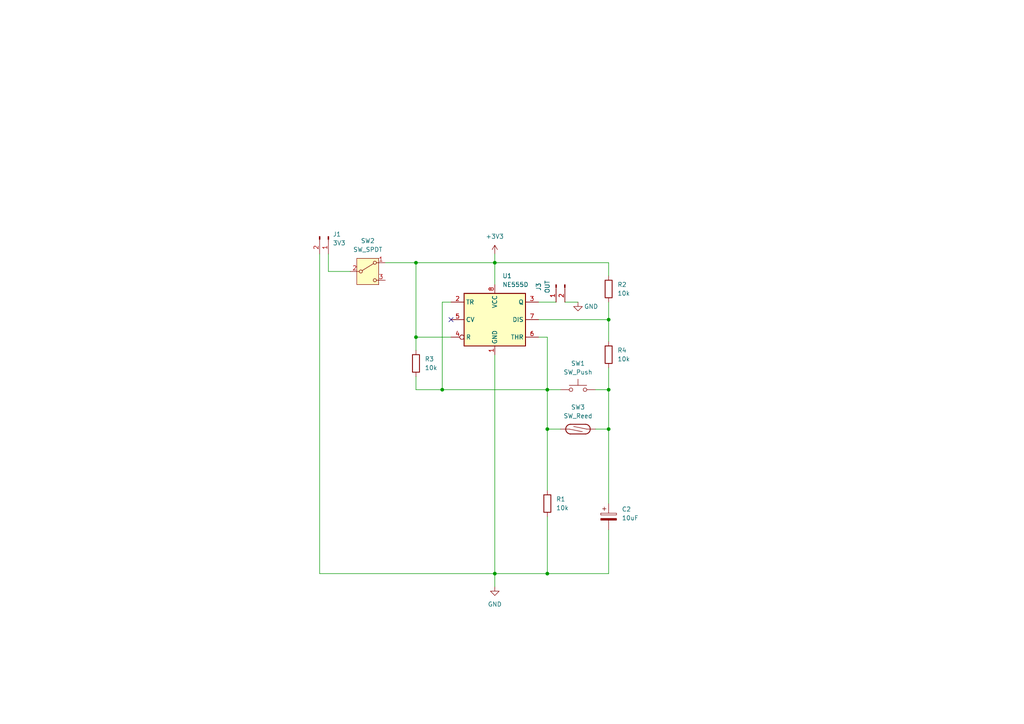
<source format=kicad_sch>
(kicad_sch (version 20230121) (generator eeschema)
  (paper "A4")
  (lib_symbols
    (symbol "Connector:Conn_01x02_Pin" (pin_names (offset 1.016) hide)
      (property "Reference" "J" (at 0 2.54 0))
      (property "Value" "Conn_01x02_Pin" (at 0 -5.08 0))
      (symbol "Conn_01x02_Pin_1_1"
        (polyline (pts (xy 1.27 -2.54) (xy 0.8636 -2.54)) (stroke (width 0.1524)))
        (polyline (pts (xy 1.27 0) (xy 0.8636 0)) (stroke (width 0.1524)))
        (rectangle (start 0.8636 -2.413) (end 0 -2.667) (stroke (width 0.1524)) (fill (type outline)))
        (rectangle (start 0.8636 0.127) (end 0 -0.127) (stroke (width 0.1524)) (fill (type outline)))
        (pin passive line (at 5.08 0 180) (length 3.81) (name "Pin_1") (number "1"))
        (pin passive line (at 5.08 -2.54 180) (length 3.81) (name "Pin_2") (number "2"))
      )
    )
    (symbol "Device:C_Polarized" (pin_numbers hide) (pin_names (offset 0.254))
      (property "Reference" "C" (at 0.635 2.54 0))
      (property "Value" "C_Polarized" (at 0.635 -2.54 0))
      (symbol "C_Polarized_0_1"
        (rectangle (start -2.286 0.508) (end 2.286 1.016))
        (polyline (pts (xy -1.778 2.286) (xy -0.762 2.286)))
        (polyline (pts (xy -1.27 2.794) (xy -1.27 1.778)))
        (rectangle (start 2.286 -0.508) (end -2.286 -1.016) (fill (type outline)))
      )
      (symbol "C_Polarized_1_1"
        (pin passive line (at 0 3.81 270) (length 2.794) (name "~") (number "1"))
        (pin passive line (at 0 -3.81 90) (length 2.794) (name "~") (number "2"))
      )
    )
    (symbol "Device:R" (pin_numbers hide) (pin_names (offset 0))
      (property "Reference" "R" (at 2.032 0 90))
      (property "Value" "R" (at 0 0 90))
      (symbol "R_0_1"
        (rectangle (start -1.016 -2.54) (end 1.016 2.54) (stroke (width 0.254)))
      )
      (symbol "R_1_1"
        (pin passive line (at 0 3.81 270) (length 1.27) (name "~") (number "1"))
        (pin passive line (at 0 -3.81 90) (length 1.27) (name "~") (number "2"))
      )
    )
    (symbol "Switch:SW_Push" (pin_numbers hide) (pin_names (offset 1.016) hide)
      (property "Reference" "SW" (at 1.27 2.54 0))
      (property "Value" "SW_Push" (at 0 -1.524 0))
      (symbol "SW_Push_0_1"
        (circle (center -2.032 0) (radius 0.508))
        (polyline (pts (xy 0 1.27) (xy 0 3.048)))
        (polyline (pts (xy 2.54 1.27) (xy -2.54 1.27)))
        (circle (center 2.032 0) (radius 0.508))
        (pin passive line (at -5.08 0 0) (length 2.54) (name "1") (number "1"))
        (pin passive line (at 5.08 0 180) (length 2.54) (name "2") (number "2"))
      )
    )
    (symbol "Switch:SW_Reed" (pin_numbers hide) (pin_names (offset 0) hide)
      (property "Reference" "SW" (at 0 2.54 0))
      (property "Value" "SW_Reed" (at 0 -2.54 0))
      (symbol "SW_Reed_0_0"
        (arc (start -2.159 1.397) (mid -3.55 0) (end -2.159 -1.397) (stroke (width 0.254)))
        (polyline (pts (xy -2.54 0) (xy 1.27 0.762)))
        (polyline (pts (xy -2.159 -1.397) (xy 2.286 -1.397)) (stroke (width 0.254)))
        (polyline (pts (xy 2.159 1.397) (xy -2.159 1.397)) (stroke (width 0.254)))
        (polyline (pts (xy 2.54 0) (xy -1.27 -0.762)))
        (arc (start 2.159 -1.397) (mid 3.55 0) (end 2.159 1.397) (stroke (width 0.254)))
      )
      (symbol "SW_Reed_1_1"
        (pin passive line (at -5.08 0 0) (length 2.54) (name "1") (number "1"))
        (pin passive line (at 5.08 0 180) (length 2.54) (name "2") (number "2"))
      )
    )
    (symbol "Switch:SW_SPDT" (pin_names (offset 0) hide)
      (property "Reference" "SW" (at 0 5.08 0))
      (property "Value" "SW_SPDT" (at 0 -5.08 0))
      (symbol "SW_SPDT_0_1"
        (circle (center -2.032 0) (radius 0.4572))
        (polyline (pts (xy -1.651 0.254) (xy 1.651 2.286)))
        (circle (center 2.032 -2.54) (radius 0.4572))
        (circle (center 2.032 2.54) (radius 0.4572))
      )
      (symbol "SW_SPDT_1_1"
        (rectangle (start -3.175 3.81) (end 3.175 -3.81) (fill (type background)))
        (pin passive line (at 5.08 2.54 180) (length 2.54) (name "A") (number "1"))
        (pin passive line (at -5.08 0 0) (length 2.54) (name "B") (number "2"))
        (pin passive line (at 5.08 -2.54 180) (length 2.54) (name "C") (number "3"))
      )
    )
    (symbol "Timer:NE555D"
      (property "Reference" "U" (at -10.16 8.89 0))
      (property "Value" "NE555D" (at 2.54 8.89 0))
      (symbol "NE555D_0_0"
        (pin power_in line (at 0 -10.16 90) (length 2.54) (name "GND") (number "1"))
        (pin power_in line (at 0 10.16 270) (length 2.54) (name "VCC") (number "8"))
      )
      (symbol "NE555D_0_1"
        (rectangle (start -8.89 -7.62) (end 8.89 7.62) (stroke (width 0.254)) (fill (type background)))
        (rectangle (start -8.89 -7.62) (end 8.89 7.62) (stroke (width 0.254)) (fill (type background)))
      )
      (symbol "NE555D_1_1"
        (pin input line (at -12.7 5.08 0) (length 3.81) (name "TR") (number "2"))
        (pin output line (at 12.7 5.08 180) (length 3.81) (name "Q") (number "3"))
        (pin input inverted (at -12.7 -5.08 0) (length 3.81) (name "R") (number "4"))
        (pin input line (at -12.7 0 0) (length 3.81) (name "CV") (number "5"))
        (pin input line (at 12.7 -5.08 180) (length 3.81) (name "THR") (number "6"))
        (pin input line (at 12.7 0 180) (length 3.81) (name "DIS") (number "7"))
      )
    )
    (symbol "power:+3V3" (power) (pin_names (offset 0))
      (property "Value" "+3V3" (at 0 3.556 0))
      (symbol "+3V3_0_1"
        (polyline (pts (xy -0.762 1.27) (xy 0 2.54)))
        (polyline (pts (xy 0 0) (xy 0 2.54)))
        (polyline (pts (xy 0 2.54) (xy 0.762 1.27)))
      )
      (symbol "+3V3_1_1"
        (pin power_in line (at 0 0 90) (length 0) hide (name "+3V3") (number "1"))
      )
    )
    (symbol "power:GND" (power) (pin_names (offset 0))
      (property "Value" "GND" (at 0 -3.81 0))
      (symbol "GND_0_1"
        (polyline (pts (xy 0 0) (xy 0 -1.27) (xy 1.27 -1.27) (xy 0 -2.54) (xy -1.27 -1.27) (xy 0 -1.27)))
      )
      (symbol "GND_1_1"
        (pin power_in line (at 0 0 270) (length 0) hide (name "GND") (number "1"))
      )
    )
  )
  (junction (at 176.53 124.46))
  (junction (at 143.51 166.37))
  (junction (at 158.75 124.46))
  (junction (at 176.53 113.03))
  (junction (at 120.65 97.79))
  (junction (at 158.75 113.03))
  (junction (at 120.65 76.2))
  (junction (at 143.51 76.2))
  (junction (at 128.27 113.03))
  (junction (at 158.75 166.37))
  (junction (at 176.53 92.71))
  (no_connect (at 130.81 92.71))
  (wire (pts (xy 120.65 97.79) (xy 120.65 101.6)))
  (wire (pts (xy 172.72 124.46) (xy 176.53 124.46)))
  (wire (pts (xy 176.53 153.67) (xy 176.53 166.37)))
  (wire (pts (xy 158.75 166.37) (xy 176.53 166.37)))
  (wire (pts (xy 92.71 166.37) (xy 92.71 73.66)))
  (wire (pts (xy 143.51 102.87) (xy 143.51 166.37)))
  (wire (pts (xy 143.51 166.37) (xy 143.51 170.18)))
  (wire (pts (xy 176.53 124.46) (xy 176.53 146.05)))
  (wire (pts (xy 176.53 87.63) (xy 176.53 92.71)))
  (wire (pts (xy 176.53 76.2) (xy 176.53 80.01)))
  (wire (pts (xy 143.51 166.37) (xy 158.75 166.37)))
  (wire (pts (xy 158.75 149.86) (xy 158.75 166.37)))
  (wire (pts (xy 163.83 87.63) (xy 167.64 87.63)))
  (wire (pts (xy 143.51 76.2) (xy 176.53 76.2)))
  (wire (pts (xy 120.65 109.22) (xy 120.65 113.03)))
  (wire (pts (xy 158.75 97.79) (xy 156.21 97.79)))
  (wire (pts (xy 95.25 73.66) (xy 95.25 78.74)))
  (wire (pts (xy 158.75 97.79) (xy 158.75 113.03)))
  (wire (pts (xy 120.65 97.79) (xy 130.81 97.79)))
  (wire (pts (xy 158.75 113.03) (xy 162.56 113.03)))
  (wire (pts (xy 158.75 113.03) (xy 158.75 124.46)))
  (wire (pts (xy 101.6 78.74) (xy 95.25 78.74)))
  (wire (pts (xy 156.21 92.71) (xy 176.53 92.71)))
  (wire (pts (xy 176.53 92.71) (xy 176.53 99.06)))
  (wire (pts (xy 120.65 113.03) (xy 128.27 113.03)))
  (wire (pts (xy 111.76 76.2) (xy 120.65 76.2)))
  (wire (pts (xy 172.72 113.03) (xy 176.53 113.03)))
  (wire (pts (xy 176.53 113.03) (xy 176.53 124.46)))
  (wire (pts (xy 143.51 76.2) (xy 143.51 82.55)))
  (wire (pts (xy 128.27 87.63) (xy 128.27 113.03)))
  (wire (pts (xy 143.51 73.66) (xy 143.51 76.2)))
  (wire (pts (xy 92.71 166.37) (xy 143.51 166.37)))
  (wire (pts (xy 158.75 124.46) (xy 162.56 124.46)))
  (wire (pts (xy 128.27 87.63) (xy 130.81 87.63)))
  (wire (pts (xy 120.65 76.2) (xy 143.51 76.2)))
  (wire (pts (xy 156.21 87.63) (xy 161.29 87.63)))
  (wire (pts (xy 128.27 113.03) (xy 158.75 113.03)))
  (wire (pts (xy 120.65 76.2) (xy 120.65 97.79)))
  (wire (pts (xy 158.75 124.46) (xy 158.75 142.24)))
  (wire (pts (xy 176.53 106.68) (xy 176.53 113.03)))
  (symbol (lib_id "power:GND") (at 143.51 170.18 0) (unit 1)
    (property "Reference" "#PWR01" (effects hide))
    (property "Value" "GND" (at 143.51 175.26 0))
  )
  (symbol (lib_id "power:GND") (at 167.64 87.63 0) (unit 1)
    (property "Reference" "#PWR03" (effects hide))
    (property "Value" "GND" (at 171.45 88.9 0))
  )
  (symbol (lib_id "Timer:NE555D") (at 143.51 92.71 0) (unit 1)
    (property "Reference" "U1" (at 145.7041 80.01 0) (effects (justify left)))
    (property "Value" "NE555D" (at 145.7041 82.55 0) (effects (justify left)))
    (property "Footprint" "Package_DIP:DIP-8_W7.62mm" (effects hide))
    (property "Datasheet" "http://www.ti.com/lit/ds/symlink/ne555.pdf" (effects hide))
  )
  (symbol (lib_id "Switch:SW_SPDT") (at 106.68 78.74 0) (unit 1)
    (property "Reference" "SW2" (at 106.68 69.85 0))
    (property "Value" "SW_SPDT" (at 106.68 72.39 0))
    (property "Footprint" "Connector_PinHeader_2.54mm:PinHeader_1x03_P2.54mm_Vertical" (effects hide))
  )
  (symbol (lib_id "Device:R") (at 158.75 146.05 0) (unit 1)
    (property "Reference" "R1" (at 161.29 144.78 0) (effects (justify left)))
    (property "Value" "10k" (at 161.29 147.32 0) (effects (justify left)))
    (property "Footprint" "Resistor_THT:R_Axial_DIN0204_L3.6mm_D1.6mm_P2.54mm_Vertical" (effects hide))
  )
  (symbol (lib_id "power:+3V3") (at 143.51 73.66 0) (unit 1)
    (property "Reference" "#PWR02" (effects hide))
    (property "Value" "+3V3" (at 143.51 68.58 0))
  )
  (symbol (lib_id "Device:R") (at 176.53 83.82 0) (unit 1)
    (property "Reference" "R2" (at 179.07 82.55 0) (effects (justify left)))
    (property "Value" "10k" (at 179.07 85.09 0) (effects (justify left)))
    (property "Footprint" "Resistor_THT:R_Axial_DIN0204_L3.6mm_D1.6mm_P2.54mm_Vertical" (effects hide))
  )
  (symbol (lib_id "Device:C_Polarized") (at 176.53 149.86 0) (unit 1)
    (property "Reference" "C2" (at 180.34 147.701 0) (effects (justify left)))
    (property "Value" "10uF" (at 180.34 150.241 0) (effects (justify left)))
    (property "Footprint" "Capacitor_THT:CP_Radial_D5.0mm_P2.50mm" (effects hide))
  )
  (symbol (lib_id "Device:R") (at 176.53 102.87 0) (unit 1)
    (property "Reference" "R4" (at 179.07 101.6 0) (effects (justify left)))
    (property "Value" "10k" (at 179.07 104.14 0) (effects (justify left)))
    (property "Footprint" "Resistor_THT:R_Axial_DIN0204_L3.6mm_D1.6mm_P2.54mm_Vertical" (effects hide))
  )
  (symbol (lib_id "Connector:Conn_01x02_Pin") (at 161.29 82.55 90) (mirror x) (unit 1)
    (property "Reference" "J3" (at 156.21 83.185 0))
    (property "Value" "OUT" (at 158.75 83.185 0))
    (property "Footprint" "Connector_PinHeader_2.54mm:PinHeader_1x02_P2.54mm_Vertical" (effects hide))
  )
  (symbol (lib_id "Device:R") (at 120.65 105.41 0) (unit 1)
    (property "Reference" "R3" (at 123.19 104.14 0) (effects (justify left)))
    (property "Value" "10k" (at 123.19 106.68 0) (effects (justify left)))
    (property "Footprint" "Resistor_THT:R_Axial_DIN0204_L3.6mm_D1.6mm_P2.54mm_Vertical" (effects hide))
  )
  (symbol (lib_id "Switch:SW_Reed") (at 167.64 124.46 0) (mirror y) (unit 1)
    (property "Reference" "SW3" (at 167.64 118.11 0))
    (property "Value" "SW_Reed" (at 167.64 120.65 0))
    (property "Footprint" "Connector_PinHeader_2.54mm:PinHeader_1x02_P2.54mm_Vertical" (effects hide))
  )
  (symbol (lib_id "Switch:SW_Push") (at 167.64 113.03 0) (unit 1)
    (property "Reference" "SW1" (at 167.64 105.41 0))
    (property "Value" "SW_Push" (at 167.64 107.95 0))
    (property "Footprint" "Button_Switch_THT:SW_PUSH_6mm" (effects hide))
  )
  (symbol (lib_id "Connector:Conn_01x02_Pin") (at 95.25 68.58 270) (unit 1)
    (property "Reference" "J1" (at 96.52 67.945 90) (effects (justify left)))
    (property "Value" "3V3" (at 96.52 70.485 90) (effects (justify left)))
    (property "Footprint" "Connector_PinHeader_2.54mm:PinHeader_1x02_P2.54mm_Vertical" (effects hide))
  )
)
</source>
